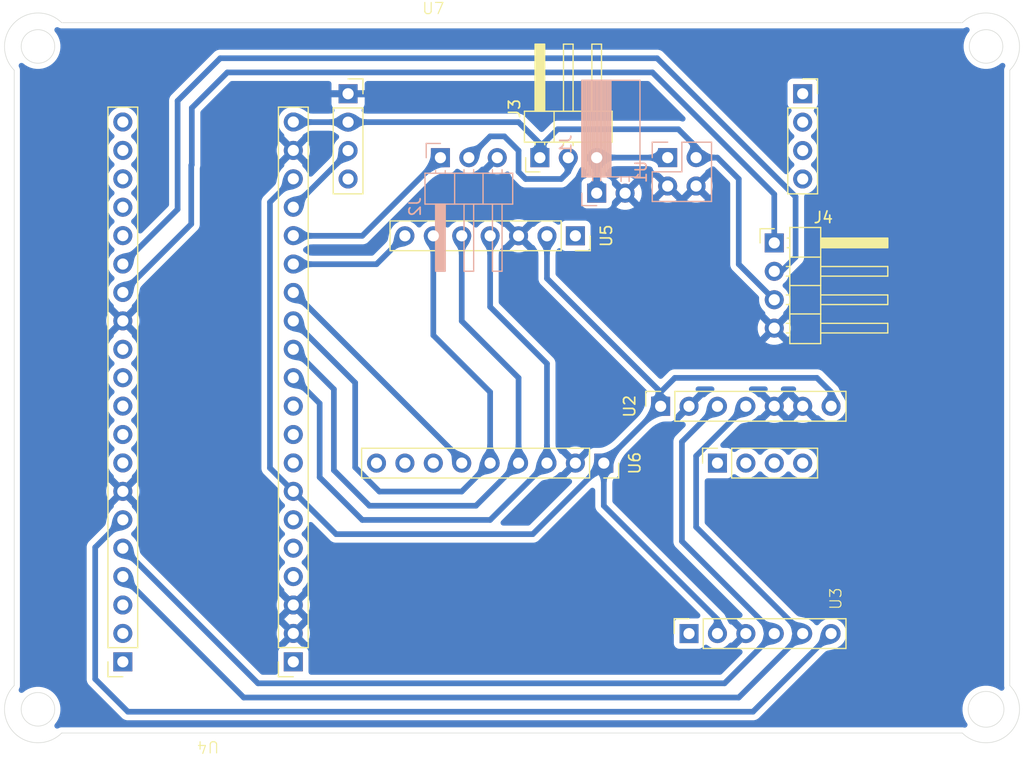
<source format=kicad_pcb>
(kicad_pcb (version 20241229) (generator "pcbnew") (generator_version "9.0")
  (layers (0 "F.Cu" signal) (2 "B.Cu" signal) (13 "F.Paste" user) (15 "B.Paste" user) (5 "F.SilkS" user "F.Silkscreen") (7 "B.SilkS" user "B.Silkscreen") (1 "F.Mask" user) (3 "B.Mask" user) (25 "Edge.Cuts" user))
  (net 0 "")
  (net 1 "GND")
  (net 2 "/SDA")
  (net 3 "+5V")
  (net 4 "/PWM")
  (net 5 "/MOSI")
  (net 6 "/MISO")
  (net 7 "+3V3")
  (net 8 "/NEO_DATA")
  (net 9 "/BNO_RST")
  (net 10 "/TX")
  (net 11 "/CS_FLASH")
  (net 12 "/SCK")
  (net 13 "/SCL")
  (net 14 "/CS_SD")
  (net 15 "/RX")
  (net 16 "+BATT")
  (net 17 "Net-(J2-Pin_2)")
  (footprint "Connector_PinHeader_2.54mm:PinHeader_1x03_P2.54mm_Horizontal" (layer "F.Cu") (at 156.845 69.215 90)
    (property "Reference" "J3" (at 4.385 -2.27 90) (layer "F.SilkS"))
    (property "Value" "POWER_SEL")
    (fp_line (start 4.15 -1.38) (end 1.39 -1.38) (stroke (width 0.12)) (layer "F.SilkS"))
    (fp_line (start 1.39 -1.38) (end 1.39 6.46) (stroke (width 0.12)) (layer "F.SilkS"))
    (fp_line (start -1.27 -1.27) (end 0 -1.27) (stroke (width 0.12)) (layer "F.SilkS"))
    (fp_line (start 1.16 -0.43) (end 1.39 -0.43) (stroke (width 0.12)) (layer "F.SilkS"))
    (fp_line (start -1.27 0) (end -1.27 -1.27) (stroke (width 0.12)) (layer "F.SilkS"))
    (fp_line (start 1.16 0.43) (end 1.39 0.43) (stroke (width 0.12)) (layer "F.SilkS"))
    (fp_line (start 1.39 1.27) (end 4.15 1.27) (stroke (width 0.12)) (layer "F.SilkS"))
    (fp_line (start 10.15 2.11) (end 10.15 2.97) (stroke (width 0.12)) (layer "F.SilkS"))
    (fp_line (start 4.15 2.11) (end 10.15 2.11) (stroke (width 0.12)) (layer "F.SilkS"))
    (fp_line (start 1.077358 2.11) (end 1.39 2.11) (stroke (width 0.12)) (layer "F.SilkS"))
    (fp_line (start 10.15 2.97) (end 4.15 2.97) (stroke (width 0.12)) (layer "F.SilkS"))
    (fp_line (start 1.077358 2.97) (end 1.39 2.97) (stroke (width 0.12)) (layer "F.SilkS"))
    (fp_line (start 1.39 3.81) (end 4.15 3.81) (stroke (width 0.12)) (layer "F.SilkS"))
    (fp_line (start 10.15 4.65) (end 10.15 5.51) (stroke (width 0.12)) (layer "F.SilkS"))
    (fp_line (start 4.15 4.65) (end 10.15 4.65) (stroke (width 0.12)) (layer "F.SilkS"))
    (fp_line (start 1.077358 4.65) (end 1.39 4.65) (stroke (width 0.12)) (layer "F.SilkS"))
    (fp_line (start 10.15 5.51) (end 4.15 5.51) (stroke (width 0.12)) (layer "F.SilkS"))
    (fp_line (start 1.077358 5.51) (end 1.39 5.51) (stroke (width 0.12)) (layer "F.SilkS"))
    (fp_line (start 4.15 6.46) (end 4.15 -1.38) (stroke (width 0.12)) (layer "F.SilkS"))
    (fp_line (start 1.39 6.46) (end 4.15 6.46) (stroke (width 0.12)) (layer "F.SilkS"))
    (fp_rect (start 4.15 -0.43) (end 10.15 0.43) (stroke (width 0.12)) (fill yes) (layer "F.SilkS"))
    (pad "1" thru_hole rect (at 0 0 90) (size 1.7 1.7) (drill 1) (layers "*.Cu" "*.Mask") (net 3 "+5V"))
    (pad "2" thru_hole circle (at 0 2.54 90) (size 1.7 1.7) (drill 1) (layers "*.Cu" "*.Mask") (net 17 "Net-(J2-Pin_2)"))
    (pad "3" thru_hole circle (at 0 5.08 90) (size 1.7 1.7) (drill 1) (layers "*.Cu" "*.Mask") (net 16 "+BATT"))
  )
  (footprint "Connector_PinSocket_2.54mm:PinSocket_1x07_P2.54mm_Vertical" (layer "F.Cu") (at 167.64 91.44 90)
    (property "Reference" "U2" (at 0 -2.77 90) (layer "F.SilkS"))
    (property "Value" "MS5611")
    (fp_line (start 1.33 -1.33) (end 1.33 0) (stroke (width 0.12)) (layer "F.SilkS"))
    (fp_line (start 0 -1.33) (end 1.33 -1.33) (stroke (width 0.12)) (layer "F.SilkS"))
    (fp_line (start 1.33 1.27) (end 1.33 16.57) (stroke (width 0.12)) (layer "F.SilkS"))
    (fp_line (start -1.33 1.27) (end 1.33 1.27) (stroke (width 0.12)) (layer "F.SilkS"))
    (fp_line (start -1.33 1.27) (end -1.33 16.57) (stroke (width 0.12)) (layer "F.SilkS"))
    (fp_line (start -1.33 16.57) (end 1.33 16.57) (stroke (width 0.12)) (layer "F.SilkS"))
    (pad "1" thru_hole rect (at 0 0 90) (size 1.7 1.7) (drill 1) (layers "*.Cu" "*.Mask") (net 7 "+3V3"))
    (pad "2" thru_hole circle (at 0 2.54 90) (size 1.7 1.7) (drill 1) (layers "*.Cu" "*.Mask") (net 1 "GND"))
    (pad "3" thru_hole circle (at 0 5.08 90) (size 1.7 1.7) (drill 1) (layers "*.Cu" "*.Mask") (net 13 "/SCL"))
    (pad "4" thru_hole circle (at 0 7.62 90) (size 1.7 1.7) (drill 1) (layers "*.Cu" "*.Mask") (net 2 "/SDA"))
    (pad "5" thru_hole circle (at 0 10.16 90) (size 1.7 1.7) (drill 1) (layers "*.Cu" "*.Mask") (net 1 "GND"))
    (pad "6" thru_hole circle (at 0 12.7 90) (size 1.7 1.7) (drill 1) (layers "*.Cu" "*.Mask") (net 1 "GND"))
    (pad "7" thru_hole circle (at 0 15.24 90) (size 1.7 1.7) (drill 1) (layers "*.Cu" "*.Mask") (net 7 "+3V3"))
  )
  (footprint "2025-airbrakes:BNO055-Breakout" (layer "F.Cu") (at 177.8 104.14 90)
    (property "Reference" "U3" (at -4.5 5.5 90) (layer "F.SilkS") (effects (font (thickness 0.1))))
    (property "Value" "BNO055 Breakout")
    (fp_line (start -6.29 -8.95) (end -6.29 -7.62) (stroke (width 0.12)) (layer "F.SilkS"))
    (fp_line (start -7.62 -8.95) (end -6.29 -8.95) (stroke (width 0.12)) (layer "F.SilkS"))
    (fp_line (start 8.95 -6.41) (end 8.95 -5.08) (stroke (width 0.12)) (layer "F.SilkS"))
    (fp_line (start 7.62 -6.41) (end 8.95 -6.41) (stroke (width 0.12)) (layer "F.SilkS"))
    (fp_line (start -6.29 -6.35) (end -6.29 6.41) (stroke (width 0.12)) (layer "F.SilkS"))
    (fp_line (start -8.95 -6.35) (end -6.29 -6.35) (stroke (width 0.12)) (layer "F.SilkS"))
    (fp_line (start -8.95 -6.35) (end -8.95 6.41) (stroke (width 0.12)) (layer "F.SilkS"))
    (fp_line (start 8.95 -3.81) (end 8.95 3.87) (stroke (width 0.12)) (layer "F.SilkS"))
    (fp_line (start 6.29 -3.81) (end 8.95 -3.81) (stroke (width 0.12)) (layer "F.SilkS"))
    (fp_line (start 6.29 -3.81) (end 6.29 3.87) (stroke (width 0.12)) (layer "F.SilkS"))
    (fp_line (start 6.29 3.87) (end 8.95 3.87) (stroke (width 0.12)) (layer "F.SilkS"))
    (fp_line (start -8.95 6.41) (end -6.29 6.41) (stroke (width 0.12)) (layer "F.SilkS"))
    (pad "1" thru_hole rect (at -7.62 -7.62 90) (size 1.7 1.7) (drill 1) (layers "*.Cu" "*.Mask"))
    (pad "2" thru_hole circle (at -7.62 -5.08 90) (size 1.7 1.7) (drill 1) (layers "*.Cu" "*.Mask") (net 7 "+3V3"))
    (pad "3" thru_hole circle (at -7.62 -2.54 90) (size 1.7 1.7) (drill 1) (layers "*.Cu" "*.Mask") (net 1 "GND"))
    (pad "4" thru_hole circle (at -7.62 0 90) (size 1.7 1.7) (drill 1) (layers "*.Cu" "*.Mask") (net 13 "/SCL"))
    (pad "5" thru_hole circle (at -7.62 2.54 90) (size 1.7 1.7) (drill 1) (layers "*.Cu" "*.Mask") (net 2 "/SDA"))
    (pad "6" thru_hole circle (at -7.62 5.08 90) (size 1.7 1.7) (drill 1) (layers "*.Cu" "*.Mask") (net 9 "/BNO_RST"))
    (pad "7" thru_hole circle (at 7.62 2.54 90) (size 1.7 1.7) (drill 1) (layers "*.Cu" "*.Mask"))
    (pad "8" thru_hole circle (at 7.62 0 90) (size 1.7 1.7) (drill 1) (layers "*.Cu" "*.Mask"))
    (pad "9" thru_hole circle (at 7.62 -2.54 90) (size 1.7 1.7) (drill 1) (layers "*.Cu" "*.Mask"))
    (pad "10" thru_hole rect (at 7.62 -5.08 90) (size 1.7 1.7) (drill 1) (layers "*.Cu" "*.Mask"))
  )
  (footprint "Connector_PinHeader_2.54mm:PinHeader_1x04_P2.54mm_Horizontal" (layer "F.Cu") (at 177.8 76.835)
    (property "Reference" "J4" (at 4.385 -2.27 0) (layer "F.SilkS"))
    (property "Value" "RFD900X")
    (fp_line (start -1.27 -1.27) (end 0 -1.27) (stroke (width 0.12)) (layer "F.SilkS"))
    (fp_line (start -1.27 0) (end -1.27 -1.27) (stroke (width 0.12)) (layer "F.SilkS"))
    (fp_line (start 1.077358 2.11) (end 1.39 2.11) (stroke (width 0.12)) (layer "F.SilkS"))
    (fp_line (start 1.077358 2.97) (end 1.39 2.97) (stroke (width 0.12)) (layer "F.SilkS"))
    (fp_line (start 1.077358 4.65) (end 1.39 4.65) (stroke (width 0.12)) (layer "F.SilkS"))
    (fp_line (start 1.077358 5.51) (end 1.39 5.51) (stroke (width 0.12)) (layer "F.SilkS"))
    (fp_line (start 1.077358 7.19) (end 1.39 7.19) (stroke (width 0.12)) (layer "F.SilkS"))
    (fp_line (start 1.077358 8.05) (end 1.39 8.05) (stroke (width 0.12)) (layer "F.SilkS"))
    (fp_line (start 1.16 -0.43) (end 1.39 -0.43) (stroke (width 0.12)) (layer "F.SilkS"))
    (fp_line (start 1.16 0.43) (end 1.39 0.43) (stroke (width 0.12)) (layer "F.SilkS"))
    (fp_line (start 1.39 -1.38) (end 1.39 9) (stroke (width 0.12)) (layer "F.SilkS"))
    (fp_line (start 1.39 1.27) (end 4.15 1.27) (stroke (width 0.12)) (layer "F.SilkS"))
    (fp_line (start 1.39 3.81) (end 4.15 3.81) (stroke (width 0.12)) (layer "F.SilkS"))
    (fp_line (start 1.39 6.35) (end 4.15 6.35) (stroke (width 0.12)) (layer "F.SilkS"))
    (fp_line (start 1.39 9) (end 4.15 9) (stroke (width 0.12)) (layer "F.SilkS"))
    (fp_line (start 4.15 -1.38) (end 1.39 -1.38) (stroke (width 0.12)) (layer "F.SilkS"))
    (fp_line (start 4.15 2.11) (end 10.15 2.11) (stroke (width 0.12)) (layer "F.SilkS"))
    (fp_line (start 4.15 4.65) (end 10.15 4.65) (stroke (width 0.12)) (layer "F.SilkS"))
    (fp_line (start 4.15 7.19) (end 10.15 7.19) (stroke (width 0.12)) (layer "F.SilkS"))
    (fp_line (start 4.15 9) (end 4.15 -1.38) (stroke (width 0.12)) (layer "F.SilkS"))
    (fp_line (start 10.15 2.11) (end 10.15 2.97) (stroke (width 0.12)) (layer "F.SilkS"))
    (fp_line (start 10.15 2.97) (end 4.15 2.97) (stroke (width 0.12)) (layer "F.SilkS"))
    (fp_line (start 10.15 4.65) (end 10.15 5.51) (stroke (width 0.12)) (layer "F.SilkS"))
    (fp_line (start 10.15 5.51) (end 4.15 5.51) (stroke (width 0.12)) (layer "F.SilkS"))
    (fp_line (start 10.15 7.19) (end 10.15 8.05) (stroke (width 0.12)) (layer "F.SilkS"))
    (fp_line (start 10.15 8.05) (end 4.15 8.05) (stroke (width 0.12)) (layer "F.SilkS"))
    (fp_rect (start 4.15 -0.43) (end 10.15 0.43) (stroke (width 0.12)) (fill yes) (layer "F.SilkS"))
    (pad "1" thru_hole rect (at 0 0) (size 1.7 1.7) (drill 1) (layers "*.Cu" "*.Mask") (net 15 "/RX"))
    (pad "2" thru_hole circle (at 0 2.54) (size 1.7 1.7) (drill 1) (layers "*.Cu" "*.Mask") (net 10 "/TX"))
    (pad "3" thru_hole circle (at 0 5.08) (size 1.7 1.7) (drill 1) (layers "*.Cu" "*.Mask") (net 3 "+5V"))
    (pad "4" thru_hole circle (at 0 7.62) (size 1.7 1.7) (drill 1) (layers "*.Cu" "*.Mask") (net 1 "GND"))
  )
  (footprint "Connector_PinSocket_2.54mm:PinSocket_1x09_P2.54mm_Vertical" (layer "F.Cu") (at 162.56 96.52 -90)
    (property "Reference" "U6" (at 0 -2.77 90) (layer "F.SilkS"))
    (property "Value" "Adafruit Micro SD Breakout")
    (fp_line (start -1.33 21.65) (end 1.33 21.65) (stroke (width 0.12)) (layer "F.SilkS"))
    (fp_line (start -1.33 1.27) (end -1.33 21.65) (stroke (width 0.12)) (layer "F.SilkS"))
    (fp_line (start -1.33 1.27) (end 1.33 1.27) (stroke (width 0.12)) (layer "F.SilkS"))
    (fp_line (start 1.33 1.27) (end 1.33 21.65) (stroke (width 0.12)) (layer "F.SilkS"))
    (fp_line (start 0 -1.33) (end 1.33 -1.33) (stroke (width 0.12)) (layer "F.SilkS"))
    (fp_line (start 1.33 -1.33) (end 1.33 0) (stroke (width 0.12)) (layer "F.SilkS"))
    (pad "1" thru_hole rect (at 0 0 270) (size 1.7 1.7) (drill 1) (layers "*.Cu" "*.Mask") (net 7 "+3V3"))
    (pad "2" thru_hole circle (at 0 2.54 270) (size 1.7 1.7) (drill 1) (layers "*.Cu" "*.Mask") (net 1 "GND"))
    (pad "3" thru_hole circle (at 0 5.08 270) (size 1.7 1.7) (drill 1) (layers "*.Cu" "*.Mask") (net 12 "/SCK"))
    (pad "4" thru_hole circle (at 0 7.62 270) (size 1.7 1.7) (drill 1) (layers "*.Cu" "*.Mask") (net 6 "/MISO"))
    (pad "5" thru_hole circle (at 0 10.16 270) (size 1.7 1.7) (drill 1) (layers "*.Cu" "*.Mask") (net 5 "/MOSI"))
    (pad "6" thru_hole circle (at 0 12.7 270) (size 1.7 1.7) (drill 1) (layers "*.Cu" "*.Mask") (net 14 "/CS_SD"))
    (pad "7" thru_hole circle (at 0 15.24 270) (size 1.7 1.7) (drill 1) (layers "*.Cu" "*.Mask"))
    (pad "8" thru_hole circle (at 0 17.78 270) (size 1.7 1.7) (drill 1) (layers "*.Cu" "*.Mask"))
    (pad "9" thru_hole circle (at 0 20.32 270) (size 1.7 1.7) (drill 1) (layers "*.Cu" "*.Mask"))
  )
  (footprint "2025-airbrakes:NeoPixel-Stick" (layer "F.Cu") (at 165.1 63.5)
    (property "Reference" "U7" (at -17.78 -7.62 0) (layer "F.SilkS") (effects (font (thickness 0.1))))
    (property "Value" "NeoPixel Stick")
    (fp_line (start -26.73 1.27) (end -26.73 8.95) (stroke (width 0.12)) (layer "F.SilkS"))
    (fp_line (start -26.73 1.27) (end -24.07 1.27) (stroke (width 0.12)) (layer "F.SilkS"))
    (fp_line (start -26.73 8.95) (end -24.07 8.95) (stroke (width 0.12)) (layer "F.SilkS"))
    (fp_line (start -25.4 -1.33) (end -24.07 -1.33) (stroke (width 0.12)) (layer "F.SilkS"))
    (fp_line (start -24.07 -1.33) (end -24.07 0) (stroke (width 0.12)) (layer "F.SilkS"))
    (fp_line (start -24.07 1.27) (end -24.07 8.95) (stroke (width 0.12)) (layer "F.SilkS"))
    (fp_line (start 13.91 1.27) (end 13.91 8.95) (stroke (width 0.12)) (layer "F.SilkS"))
    (fp_line (start 13.91 1.27) (end 16.57 1.27) (stroke (width 0.12)) (layer "F.SilkS"))
    (fp_line (start 13.91 8.95) (end 16.57 8.95) (stroke (width 0.12)) (layer "F.SilkS"))
    (fp_line (start 15.24 -1.33) (end 16.57 -1.33) (stroke (width 0.12)) (layer "F.SilkS"))
    (fp_line (start 16.57 -1.33) (end 16.57 0) (stroke (width 0.12)) (layer "F.SilkS"))
    (fp_line (start 16.57 1.27) (end 16.57 8.95) (stroke (width 0.12)) (layer "F.SilkS"))
    (pad "1" thru_hole rect (at -25.4 0) (size 1.7 1.7) (drill 1) (layers "*.Cu" "*.Mask") (net 1 "GND"))
    (pad "2" thru_hole circle (at -25.4 2.54) (size 1.7 1.7) (drill 1) (layers "*.Cu" "*.Mask") (net 3 "+5V"))
    (pad "3" thru_hole circle (at -25.4 5.08) (size 1.7 1.7) (drill 1) (layers "*.Cu" "*.Mask") (net 8 "/NEO_DATA"))
    (pad "4" thru_hole circle (at -25.4 7.62) (size 1.7 1.7) (drill 1) (layers "*.Cu" "*.Mask"))
    (pad "5" thru_hole circle (at 15.24 7.62) (size 1.7 1.7) (drill 1) (layers "*.Cu" "*.Mask"))
    (pad "6" thru_hole circle (at 15.24 5.08) (size 1.7 1.7) (drill 1) (layers "*.Cu" "*.Mask"))
    (pad "7" thru_hole circle (at 15.24 2.54) (size 1.7 1.7) (drill 1) (layers "*.Cu" "*.Mask"))
    (pad "8" thru_hole rect (at 15.24 0) (size 1.7 1.7) (drill 1) (layers "*.Cu" "*.Mask"))
  )
  (footprint "Connector_PinSocket_2.54mm:PinSocket_1x07_P2.54mm_Vertical" (layer "F.Cu") (at 160.02 76.2 -90)
    (property "Reference" "U5" (at 0 -2.77 90) (layer "F.SilkS"))
    (property "Value" "SPI Flash W25Q128JV")
    (fp_line (start -1.33 16.57) (end 1.33 16.57) (stroke (width 0.12)) (layer "F.SilkS"))
    (fp_line (start -1.33 1.27) (end -1.33 16.57) (stroke (width 0.12)) (layer "F.SilkS"))
    (fp_line (start -1.33 1.27) (end 1.33 1.27) (stroke (width 0.12)) (layer "F.SilkS"))
    (fp_line (start 1.33 1.27) (end 1.33 16.57) (stroke (width 0.12)) (layer "F.SilkS"))
    (fp_line (start 0 -1.33) (end 1.33 -1.33) (stroke (width 0.12)) (layer "F.SilkS"))
    (fp_line (start 1.33 -1.33) (end 1.33 0) (stroke (width 0.12)) (layer "F.SilkS"))
    (pad "1" thru_hole rect (at 0 0 270) (size 1.7 1.7) (drill 1) (layers "*.Cu" "*.Mask"))
    (pad "2" thru_hole circle (at 0 2.54 270) (size 1.7 1.7) (drill 1) (layers "*.Cu" "*.Mask") (net 7 "+3V3"))
    (pad "3" thru_hole circle (at 0 5.08 270) (size 1.7 1.7) (drill 1) (layers "*.Cu" "*.Mask") (net 1 "GND"))
    (pad "4" thru_hole circle (at 0 7.62 270) (size 1.7 1.7) (drill 1) (layers "*.Cu" "*.Mask") (net 12 "/SCK"))
    (pad "5" thru_hole circle (at 0 10.16 270) (size 1.7 1.7) (drill 1) (layers "*.Cu" "*.Mask") (net 6 "/MISO"))
    (pad "6" thru_hole circle (at 0 12.7 270) (size 1.7 1.7) (drill 1) (layers "*.Cu" "*.Mask") (net 5 "/MOSI"))
    (pad "7" thru_hole circle (at 0 15.24 270) (size 1.7 1.7) (drill 1) (layers "*.Cu" "*.Mask") (net 11 "/CS_FLASH"))
  )
  (footprint "2025-airbrakes:STM32F411-Blackpill" (layer "F.Cu") (at 127.183438 88.885 180)
    (property "Reference" "U4" (at 0 -33 180) (layer "F.SilkS") (effects (font (thickness 0.1))))
    (property "Value" "STM32F411 Black Pill")
    (fp_line (start 8.95 -24.13) (end 8.95 24.19) (stroke (width 0.12)) (layer "F.SilkS"))
    (fp_line (start 8.95 -26.73) (end 8.95 -25.4) (stroke (width 0.12)) (layer "F.SilkS"))
    (fp_line (start 7.62 -26.73) (end 8.95 -26.73) (stroke (width 0.12)) (layer "F.SilkS"))
    (fp_line (start 6.29 24.19) (end 8.95 24.19) (stroke (width 0.12)) (layer "F.SilkS"))
    (fp_line (start 6.29 -24.13) (end 8.95 -24.13) (stroke (width 0.12)) (layer "F.SilkS"))
    (fp_line (start 6.29 -24.13) (end 6.29 24.19) (stroke (width 0.12)) (layer "F.SilkS"))
    (fp_line (start -6.29 -24.13) (end -6.29 24.19) (stroke (width 0.12)) (layer "F.SilkS"))
    (fp_line (start -6.29 -26.73) (end -6.29 -25.4) (stroke (width 0.12)) (layer "F.SilkS"))
    (fp_line (start -7.62 -26.73) (end -6.29 -26.73) (stroke (width 0.12)) (layer "F.SilkS"))
    (fp_line (start -8.95 24.19) (end -6.29 24.19) (stroke (width 0.12)) (layer "F.SilkS"))
    (fp_line (start -8.95 -24.13) (end -6.29 -24.13) (stroke (width 0.12)) (layer "F.SilkS"))
    (fp_line (start -8.95 -24.13) (end -8.95 24.19) (stroke (width 0.12)) (layer "F.SilkS"))
    (pad "1" thru_hole rect (at -7.62 -25.4 180) (size 1.7 1.7) (drill 1) (layers "*.Cu" "*.Mask"))
    (pad "2" thru_hole circle (at -7.62 -22.86 180) (size 1.7 1.7) (drill 1) (layers "*.Cu" "*.Mask") (net 1 "GND"))
    (pad "3" thru_hole circle (at -7.62 -20.32 180) (size 1.7 1.7) (drill 1) (layers "*.Cu" "*.Mask") (net 1 "GND"))
    (pad "4" thru_hole circle (at -7.62 -17.78 180) (size 1.7 1.7) (drill 1) (layers "*.Cu" "*.Mask"))
    (pad "5" thru_hole circle (at -7.62 -15.24 180) (size 1.7 1.7) (drill 1) (layers "*.Cu" "*.Mask"))
    (pad "6" thru_hole circle (at -7.62 -12.7 180) (size 1.7 1.7) (drill 1) (layers "*.Cu" "*.Mask"))
    (pad "7" thru_hole circle (at -7.62 -10.16 180) (size 1.7 1.7) (drill 1) (layers "*.Cu" "*.Mask") (net 7 "+3V3"))
    (pad "8" thru_hole circle (at -7.62 -7.62 180) (size 1.7 1.7) (drill 1) (layers "*.Cu" "*.Mask"))
    (pad "9" thru_hole circle (at -7.62 -5.08 180) (size 1.7 1.7) (drill 1) (layers "*.Cu" "*.Mask"))
    (pad "10" thru_hole circle (at -7.62 -2.54 180) (size 1.7 1.7) (drill 1) (layers "*.Cu" "*.Mask"))
    (pad "11" thru_hole circle (at -7.62 0 180) (size 1.7 1.7) (drill 1) (layers "*.Cu" "*.Mask") (net 12 "/SCK"))
    (pad "12" thru_hole circle (at -7.62 2.54 180) (size 1.7 1.7) (drill 1) (layers "*.Cu" "*.Mask") (net 6 "/MISO"))
    (pad "13" thru_hole circle (at -7.62 5.08 180) (size 1.7 1.7) (drill 1) (layers "*.Cu" "*.Mask") (net 5 "/MOSI"))
    (pad "14" thru_hole circle (at -7.62 7.62 180) (size 1.7 1.7) (drill 1) (layers "*.Cu" "*.Mask") (net 14 "/CS_SD"))
    (pad "15" thru_hole circle (at -7.62 10.16 180) (size 1.7 1.7) (drill 1) (layers "*.Cu" "*.Mask") (net 11 "/CS_FLASH"))
    (pad "16" thru_hole circle (at -7.62 12.7 180) (size 1.7 1.7) (drill 1) (layers "*.Cu" "*.Mask") (net 4 "/PWM"))
    (pad "17" thru_hole circle (at -7.62 15.24 180) (size 1.7 1.7) (drill 1) (layers "*.Cu" "*.Mask") (net 8 "/NEO_DATA"))
    (pad "18" thru_hole circle (at -7.62 17.78 180) (size 1.7 1.7) (drill 1) (layers "*.Cu" "*.Mask") (net 7 "+3V3"))
    (pad "19" thru_hole circle (at -7.62 20.32 180) (size 1.7 1.7) (drill 1) (layers "*.Cu" "*.Mask") (net 1 "GND"))
    (pad "20" thru_hole circle (at -7.62 22.86 180) (size 1.7 1.7) (drill 1) (layers "*.Cu" "*.Mask") (net 3 "+5V"))
    (pad "21" thru_hole circle (at 7.62 22.86 180) (size 1.7 1.7) (drill 1) (layers "*.Cu" "*.Mask"))
    (pad "22" thru_hole circle (at 7.62 20.32 180) (size 1.7 1.7) (drill 1) (layers "*.Cu" "*.Mask"))
    (pad "23" thru_hole circle (at 7.62 17.78 180) (size 1.7 1.7) (drill 1) (layers "*.Cu" "*.Mask"))
    (pad "24" thru_hole circle (at 7.62 15.24 180) (size 1.7 1.7) (drill 1) (layers "*.Cu" "*.Mask"))
    (pad "25" thru_hole circle (at 7.62 12.7 180) (size 1.7 1.7) (drill 1) (layers "*.Cu" "*.Mask"))
    (pad "26" thru_hole circle (at 7.62 10.16 180) (size 1.7 1.7) (drill 1) (layers "*.Cu" "*.Mask") (net 10 "/TX"))
    (pad "27" thru_hole circle (at 7.62 7.62 180) (size 1.7 1.7) (drill 1) (layers "*.Cu" "*.Mask") (net 15 "/RX"))
    (pad "28" thru_hole circle (at 7.62 5.08 180) (size 1.7 1.7) (drill 1) (layers "*.Cu" "*.Mask") (net 1 "GND"))
    (pad "29" thru_hole circle (at 7.62 2.54 180) (size 1.7 1.7) (drill 1) (layers "*.Cu" "*.Mask"))
    (pad "30" thru_hole circle (at 7.62 0 180) (size 1.7 1.7) (drill 1) (layers "*.Cu" "*.Mask"))
    (pad "31" thru_hole circle (at 7.62 -2.54 180) (size 1.7 1.7) (drill 1) (layers "*.Cu" "*.Mask"))
    (pad "32" thru_hole circle (at 7.62 -5.08 180) (size 1.7 1.7) (drill 1) (layers "*.Cu" "*.Mask"))
    (pad "33" thru_hole circle (at 7.62 -7.62 180) (size 1.7 1.7) (drill 1) (layers "*.Cu" "*.Mask"))
    (pad "34" thru_hole circle (at 7.62 -10.16 180) (size 1.7 1.7) (drill 1) (layers "*.Cu" "*.Mask") (net 1 "GND"))
    (pad "35" thru_hole circle (at 7.62 -12.7 180) (size 1.7 1.7) (drill 1) (layers "*.Cu" "*.Mask") (net 9 "/BNO_RST"))
    (pad "36" thru_hole circle (at 7.62 -15.24 180) (size 1.7 1.7) (drill 1) (layers "*.Cu" "*.Mask") (net 13 "/SCL"))
    (pad "37" thru_hole circle (at 7.62 -17.78 180) (size 1.7 1.7) (drill 1) (layers "*.Cu" "*.Mask") (net 2 "/SDA"))
    (pad "38" thru_hole circle (at 7.62 -20.32 180) (size 1.7 1.7) (drill 1) (layers "*.Cu" "*.Mask"))
    (pad "39" thru_hole circle (at 7.62 -22.86 180) (size 1.7 1.7) (drill 1) (layers "*.Cu" "*.Mask"))
    (pad "40" thru_hole rect (at 7.62 -25.4 180) (size 1.7 1.7) (drill 1) (layers "*.Cu" "*.Mask"))
  )
  (footprint "Connector_PinHeader_2.54mm:PinHeader_2x02_P2.54mm_Vertical" (layer "B.Cu") (at 168.27 69.21 -90)
    (property "Reference" "U1" (at 1.27 2.38 90) (layer "B.SilkS") (effects (justify mirror)))
    (property "Value" "MP2307 EVAL")
    (fp_line (start -1.38 1.38) (end 0 1.38) (stroke (width 0.12)) (layer "B.SilkS"))
    (fp_line (start 1.27 1.38) (end 3.92 1.38) (stroke (width 0.12)) (layer "B.SilkS"))
    (fp_line (start 3.92 1.38) (end 3.92 -3.92) (stroke (width 0.12)) (layer "B.SilkS"))
    (fp_line (start -1.38 0) (end -1.38 1.38) (stroke (width 0.12)) (layer "B.SilkS"))
    (fp_line (start -1.38 -1.27) (end 1.27 -1.27) (stroke (width 0.12)) (layer "B.SilkS"))
    (fp_line (start -1.38 -1.27) (end -1.38 -3.92) (stroke (width 0.12)) (layer "B.SilkS"))
    (fp_line (start 1.27 -1.27) (end 1.27 1.38) (stroke (width 0.12)) (layer "B.SilkS"))
    (fp_line (start -1.38 -3.92) (end 3.92 -3.92) (stroke (width 0.12)) (layer "B.SilkS"))
    (pad "1" thru_hole rect (at 0 0 270) (size 1.7 1.7) (drill 1) (layers "*.Cu" "*.Mask") (net 16 "+BATT"))
    (pad "2" thru_hole circle (at 2.54 0 270) (size 1.7 1.7) (drill 1) (layers "*.Cu" "*.Mask") (net 1 "GND"))
    (pad "3" thru_hole circle (at 0 -2.54 270) (size 1.7 1.7) (drill 1) (layers "*.Cu" "*.Mask") (net 3 "+5V"))
    (pad "4" thru_hole circle (at 2.54 -2.54 270) (size 1.7 1.7) (drill 1) (layers "*.Cu" "*.Mask") (net 1 "GND"))
  )
  (footprint "Connector_PinHeader_2.54mm:PinHeader_1x03_P2.54mm_Horizontal" (layer "B.Cu") (at 147.955 69.215 -90)
    (property "Reference" "J2" (at 4.385 2.27 90) (layer "B.SilkS") (effects (justify mirror)))
    (property "Value" "SERVO")
    (fp_line (start 1.39 1.38) (end 1.39 -6.46) (stroke (width 0.12)) (layer "B.SilkS"))
    (fp_line (start 4.15 1.38) (end 1.39 1.38) (stroke (width 0.12)) (layer "B.SilkS"))
    (fp_line (start -1.27 1.27) (end 0 1.27) (stroke (width 0.12)) (layer "B.SilkS"))
    (fp_line (start 1.16 0.43) (end 1.39 0.43) (stroke (width 0.12)) (layer "B.SilkS"))
    (fp_line (start -1.27 0) (end -1.27 1.27) (stroke (width 0.12)) (layer "B.SilkS"))
    (fp_line (start 1.16 -0.43) (end 1.39 -0.43) (stroke (width 0.12)) (layer "B.SilkS"))
    (fp_line (start 1.39 -1.27) (end 4.15 -1.27) (stroke (width 0.12)) (layer "B.SilkS"))
    (fp_line (start 1.077358 -2.11) (end 1.39 -2.11) (stroke (width 0.12)) (layer "B.SilkS"))
    (fp_line (start 4.15 -2.11) (end 10.15 -2.11) (stroke (width 0.12)) (layer "B.SilkS"))
    (fp_line (start 10.15 -2.11) (end 10.15 -2.97) (stroke (width 0.12)) (layer "B.SilkS"))
    (fp_line (start 1.077358 -2.97) (end 1.39 -2.97) (stroke (width 0.12)) (layer "B.SilkS"))
    (fp_line (start 10.15 -2.97) (end 4.15 -2.97) (stroke (width 0.12)) (layer "B.SilkS"))
    (fp_line (start 1.39 -3.81) (end 4.15 -3.81) (stroke (width 0.12)) (layer "B.SilkS"))
    (fp_line (start 1.077358 -4.65) (end 1.39 -4.65) (stroke (width 0.12)) (layer "B.SilkS"))
    (fp_line (start 4.15 -4.65) (end 10.15 -4.65) (stroke (width 0.12)) (layer "B.SilkS"))
    (fp_line (start 10.15 -4.65) (end 10.15 -5.51) (stroke (width 0.12)) (layer "B.SilkS"))
    (fp_line (start 1.077358 -5.51) (end 1.39 -5.51) (stroke (width 0.12)) (layer "B.SilkS"))
    (fp_line (start 10.15 -5.51) (end 4.15 -5.51) (stroke (width 0.12)) (layer "B.SilkS"))
    (fp_line (start 1.39 -6.46) (end 4.15 -6.46) (stroke (width 0.12)) (layer "B.SilkS"))
    (fp_line (start 4.15 -6.46) (end 4.15 1.38) (stroke (width 0.12)) (layer "B.SilkS"))
    (fp_rect (start 4.15 0.43) (end 10.15 -0.43) (stroke (width 0.12)) (fill yes) (layer "B.SilkS"))
    (pad "1" thru_hole rect (at 0 0 270) (size 1.7 1.7) (drill 1) (layers "*.Cu" "*.Mask") (net 4 "/PWM"))
    (pad "2" thru_hole circle (at 0 -2.54 270) (size 1.7 1.7) (drill 1) (layers "*.Cu" "*.Mask") (net 17 "Net-(J2-Pin_2)"))
    (pad "3" thru_hole circle (at 0 -5.08 270) (size 1.7 1.7) (drill 1) (layers "*.Cu" "*.Mask") (net 1 "GND"))
  )
  (footprint "Connector_PinSocket_2.54mm:PinSocket_1x02_P2.54mm_Horizontal" (layer "B.Cu") (at 161.925 72.39 -90)
    (property "Reference" "J1" (at -4.38 2.77 90) (layer "B.SilkS") (effects (justify mirror)))
    (property "Value" "JST-DY")
    (fp_line (start -10.09 1.33) (end -1.46 1.33) (stroke (width 0.12)) (layer "B.SilkS"))
    (fp_line (start -10.09 1.33) (end -10.09 -3.87) (stroke (width 0.12)) (layer "B.SilkS"))
    (fp_line (start -1.46 1.33) (end -1.46 -3.87) (stroke (width 0.12)) (layer "B.SilkS"))
    (fp_line (start 0 1.33) (end 1.11 1.33) (stroke (width 0.12)) (layer "B.SilkS"))
    (fp_line (start 1.11 1.33) (end 1.11 0) (stroke (width 0.12)) (layer "B.SilkS"))
    (fp_line (start -10.09 1.21) (end -1.46 1.21) (stroke (width 0.12)) (layer "B.SilkS"))
    (fp_line (start -10.09 1.091905) (end -1.46 1.091905) (stroke (width 0.12)) (layer "B.SilkS"))
    (fp_line (start -10.09 0.97381) (end -1.46 0.97381) (stroke (width 0.12)) (layer "B.SilkS"))
    (fp_line (start -10.09 0.855715) (end -1.46 0.855715) (stroke (width 0.12)) (layer "B.SilkS"))
    (fp_line (start -10.09 0.73762) (end -1.46 0.73762) (stroke (width 0.12)) (layer "B.SilkS"))
    (fp_line (start -10.09 0.619525) (end -1.46 0.619525) (stroke (width 0.12)) (layer "B.SilkS"))
    (fp_line (start -10.09 0.50143) (end -1.46 0.50143) (stroke (width 0.12)) (layer "B.SilkS"))
    (fp_line (start -10.09 0.383335) (end -1.46 0.383335) (stroke (width 0.12)) (layer "B.SilkS"))
    (fp_line (start -1.46 0.36) (end -1.11 0.36) (stroke (width 0.12)) (layer "B.SilkS"))
    (fp_line (start -10.09 0.26524) (end -1.46 0.26524) (stroke (width 0.12)) (layer "B.SilkS"))
    (fp_line (start -10.09 0.147145) (end -1.46 0.147145) (stroke (width 0.12)) (layer "B.SilkS"))
    (fp_line (start -10.09 0.02905) (end -1.46 0.02905) (stroke (width 0.12)) (layer "B.SilkS"))
    (fp_line (start -10.09 -0.089045) (end -1.46 -0.089045) (stroke (width 0.12)) (layer "B.SilkS"))
    (fp_line (start -10.09 -0.20714) (end -1.46 -0.20714) (stroke (width 0.12)) (layer "B.SilkS"))
    (fp_line (start -10.09 -0.325235) (end -1.46 -0.325235) (stroke (width 0.12)) (layer "B.SilkS"))
    (fp_line (start -1.46 -0.36) (end -1.11 -0.36) (stroke (width 0.12)) (layer "B.SilkS"))
    (fp_line (start -10.09 -0.44333) (end -1.46 -0.44333) (stroke (width 0.12)) (layer "B.SilkS"))
    (fp_line (start -10.09 -0.561425) (end -1.46 -0.561425) (stroke (width 0.12)) (layer "B.SilkS"))
    (fp_line (start -10.09 -0.67952) (end -1.46 -0.67952) (stroke (width 0.12)) (layer "B.SilkS"))
    (fp_line (start -10.09 -0.797615) (end -1.46 -0.797615) (stroke (width 0.12)) (layer "B.SilkS"))
    (fp_line (start -10.09 -0.91571) (end -1.46 -0.91571) (stroke (width 0.12)) (layer "B.SilkS"))
    (fp_line (start -10.09 -1.033805) (end -1.46 -1.033805) (stroke (width 0.12)) (layer "B.SilkS"))
    (fp_line (start -10.09 -1.1519) (end -1.46 -1.1519) (stroke (width 0.12)) (layer "B.SilkS"))
    (fp_line (start -10.09 -1.27) (end -1.46 -1.27) (stroke (width 0.12)) (layer "B.SilkS"))
    (fp_line (start -1.46 -2.18) (end -1.05 -2.18) (stroke (width 0.12)) (layer "B.SilkS"))
    (fp_line (start -1.46 -2.9) (end -1.05 -2.9) (stroke (width 0.12)) (layer "B.SilkS"))
    (fp_line (start -10.09 -3.87) (end -1.46 -3.87) (stroke (width 0.12)) (layer "B.SilkS"))
    (pad "1" thru_hole rect (at 0 0 270) (size 1.7 1.7) (drill 1) (layers "*.Cu" "*.Mask") (net 16 "+BATT"))
    (pad "2" thru_hole circle (at 0 -2.54 270) (size 1.7 1.7) (drill 1) (layers "*.Cu" "*.Mask") (net 1 "GND"))
  )
  (gr_circle (center 196.73368 59.27132) (end 198.23368 59.27132) (stroke (width 0.05)) (fill no) (layer "Edge.Cuts"))
  (gr_arc (start 198.855 116.40736) (mid 198.855 120.65) (end 194.61236 120.65) (stroke (width 0.05)) (layer "Edge.Cuts"))
  (gr_circle (center 111.97632 118.52868) (end 113.47632 118.52868) (stroke (width 0.05)) (fill no) (layer "Edge.Cuts"))
  (gr_line (start 114.09764 120.65) (end 194.61236 120.65) (stroke (width 0.05)) (layer "Edge.Cuts"))
  (gr_arc (start 194.61236 57.15) (mid 198.855 57.15) (end 198.855 61.39264) (stroke (width 0.05)) (layer "Edge.Cuts"))
  (gr_circle (center 196.73368 118.52868) (end 198.33368 118.52868) (stroke (width 0.05)) (fill no) (layer "Edge.Cuts"))
  (gr_arc (start 114.09764 120.65) (mid 109.855 120.65) (end 109.855 116.40736) (stroke (width 0.05)) (layer "Edge.Cuts"))
  (gr_circle (center 111.97632 59.27132) (end 113.47632 59.27132) (stroke (width 0.05)) (fill no) (layer "Edge.Cuts"))
  (gr_line (start 198.855 61.39264) (end 198.855 116.40736) (stroke (width 0.05)) (layer "Edge.Cuts"))
  (gr_line (start 114.09764 57.15) (end 194.61236 57.15) (stroke (width 0.05)) (layer "Edge.Cuts"))
  (gr_line (start 109.855 61.39264) (end 109.855 116.40736) (stroke (width 0.05)) (layer "Edge.Cuts"))
  (gr_arc (start 109.855 61.39264) (mid 109.855 57.15) (end 114.09764 57.15) (stroke (width 0.05)) (layer "Edge.Cuts"))
  (segment (start 170.815 95.885) (end 175.26 91.44) (width 0.508) (layer "B.Cu") (net 2))
  (segment (start 170.815 102.235) (end 170.815 95.885) (width 0.508) (layer "B.Cu") (net 2))
  (segment (start 119.578438 106.68) (end 130.373438 117.475) (width 0.508) (layer "B.Cu") (net 2))
  (segment (start 180.34 111.76) (end 170.815 102.235) (width 0.508) (layer "B.Cu") (net 2))
  (segment (start 130.373438 117.475) (end 174.625 117.475) (width 0.508) (layer "B.Cu") (net 2))
  (segment (start 174.625 117.475) (end 180.34 111.76) (width 0.508) (layer "B.Cu") (net 2))
  (segment (start 169.2275 66.675) (end 170.81 68.2575) (width 0.508) (layer "B.Cu") (net 3))
  (segment (start 174.625 78.74) (end 177.8 81.915) (width 0.508) (layer "B.Cu") (net 3))
  (segment (start 158.4325 66.675) (end 169.2275 66.675) (width 0.508) (layer "B.Cu") (net 3))
  (segment (start 134.62 66.04) (end 139.7 66.04) (width 0.508) (layer "B.Cu") (net 3))
  (segment (start 156.845 69.215) (end 156.845 68.2625) (width 0.508) (layer "B.Cu") (net 3))
  (segment (start 156.845 67.945) (end 156.845 69.215) (width 0.508) (layer "B.Cu") (net 3))
  (segment (start 154.94 66.04) (end 156.845 67.945) (width 0.508) (layer "B.Cu") (net 3))
  (segment (start 156.845 68.2625) (end 158.4325 66.675) (width 0.508) (layer "B.Cu") (net 3))
  (segment (start 170.81 69.21) (end 172.715 69.21) (width 0.508) (layer "B.Cu") (net 3))
  (segment (start 170.81 68.2575) (end 170.81 69.21) (width 0.508) (layer "B.Cu") (net 3))
  (segment (start 139.7 66.04) (end 154.94 66.04) (width 0.508) (layer "B.Cu") (net 3))
  (segment (start 172.715 69.21) (end 174.625 71.12) (width 0.508) (layer "B.Cu") (net 3))
  (segment (start 174.625 71.12) (end 174.625 78.74) (width 0.508) (layer "B.Cu") (net 3))
  (segment (start 140.97 76.2) (end 134.62 76.2) (width 0.508) (layer "B.Cu") (net 4))
  (segment (start 147.955 69.215) (end 140.97 76.2) (width 0.508) (layer "B.Cu") (net 4))
  (segment (start 134.818438 83.82) (end 140.335 89.336562) (width 0.508) (layer "B.Cu") (net 5))
  (segment (start 149.86 99.06) (end 152.4 96.52) (width 0.508) (layer "B.Cu") (net 5))
  (segment (start 152.4 90.17) (end 147.32 85.09) (width 0.508) (layer "B.Cu") (net 5))
  (segment (start 152.4 96.52) (end 152.4 90.17) (width 0.508) (layer "B.Cu") (net 5))
  (segment (start 142.496 99.06) (end 149.86 99.06) (width 0.508) (layer "B.Cu") (net 5))
  (segment (start 140.335 89.336562) (end 140.335 96.899) (width 0.508) (layer "B.Cu") (net 5))
  (segment (start 134.62 83.82) (end 134.818438 83.82) (width 0.508) (layer "B.Cu") (net 5))
  (segment (start 147.32 85.09) (end 147.32 76.2) (width 0.508) (layer "B.Cu") (net 5))
  (segment (start 140.335 96.899) (end 142.496 99.06) (width 0.508) (layer "B.Cu") (net 5))
  (segment (start 138.43 97.155) (end 138.43 89.916) (width 0.508) (layer "B.Cu") (net 6))
  (segment (start 151.13 100.33) (end 141.605 100.33) (width 0.508) (layer "B.Cu") (net 6))
  (segment (start 134.874 86.36) (end 134.62 86.36) (width 0.508) (layer "B.Cu") (net 6))
  (segment (start 149.86 83.82) (end 149.86 76.2) (width 0.508) (layer "B.Cu") (net 6))
  (segment (start 154.94 96.52) (end 151.13 100.33) (width 0.508) (layer "B.Cu") (net 6))
  (segment (start 154.94 88.9) (end 149.86 83.82) (width 0.508) (layer "B.Cu") (net 6))
  (segment (start 141.605 100.33) (end 138.43 97.155) (width 0.508) (layer "B.Cu") (net 6))
  (segment (start 138.43 89.916) (end 134.874 86.36) (width 0.508) (layer "B.Cu") (net 6))
  (segment (start 154.94 96.52) (end 154.94 88.9) (width 0.508) (layer "B.Cu") (net 6))
  (segment (start 157.48 76.2) (end 157.48 80.01) (width 0.508) (layer "B.Cu") (net 7))
  (segment (start 134.62 71.288438) (end 132.715 73.193438) (width 0.508) (layer "B.Cu") (net 7))
  (segment (start 172.72 110.49) (end 162.56 100.33) (width 0.508) (layer "B.Cu") (net 7))
  (segment (start 167.64 90.17) (end 168.91 88.9) (width 0.508) (layer "B.Cu") (net 7))
  (segment (start 156.21 102.87) (end 162.56 96.52) (width 0.508) (layer "B.Cu") (net 7))
  (segment (start 181.61 88.9) (end 182.88 90.17) (width 0.508) (layer "B.Cu") (net 7))
  (segment (start 167.64 91.44) (end 167.64 90.17) (width 0.508) (layer "B.Cu") (net 7))
  (segment (start 162.56 96.52) (end 167.64 91.44) (width 0.508) (layer "B.Cu") (net 7))
  (segment (start 168.91 88.9) (end 181.61 88.9) (width 0.508) (layer "B.Cu") (net 7))
  (segment (start 134.62 71.12) (end 134.62 71.288438) (width 0.508) (layer "B.Cu") (net 7))
  (segment (start 132.715 73.193438) (end 132.715 96.956562) (width 0.508) (layer "B.Cu") (net 7))
  (segment (start 157.48 80.01) (end 167.64 90.17) (width 0.508) (layer "B.Cu") (net 7))
  (segment (start 172.72 111.76) (end 172.72 110.49) (width 0.508) (layer "B.Cu") (net 7))
  (segment (start 162.56 100.33) (end 162.56 96.52) (width 0.508) (layer "B.Cu") (net 7))
  (segment (start 132.715 96.956562) (end 138.628438 102.87) (width 0.508) (layer "B.Cu") (net 7))
  (segment (start 138.628438 102.87) (end 156.21 102.87) (width 0.508) (layer "B.Cu") (net 7))
  (segment (start 182.88 90.17) (end 182.88 91.44) (width 0.508) (layer "B.Cu") (net 7))
  (segment (start 139.7 68.748438) (end 134.788438 73.66) (width 0.508) (layer "B.Cu") (net 8))
  (segment (start 134.788438 73.66) (end 134.62 73.66) (width 0.508) (layer "B.Cu") (net 8))
  (segment (start 139.7 68.58) (end 139.7 68.748438) (width 0.508) (layer "B.Cu") (net 8))
  (segment (start 175.895 118.745) (end 120.015 118.745) (width 0.508) (layer "B.Cu") (net 9))
  (segment (start 117.094 104.054438) (end 119.563438 101.585) (width 0.508) (layer "B.Cu") (net 9))
  (segment (start 120.015 118.745) (end 117.094 115.824) (width 0.508) (layer "B.Cu") (net 9))
  (segment (start 182.88 111.76) (end 175.895 118.745) (width 0.508) (layer "B.Cu") (net 9))
  (segment (start 117.094 115.824) (end 117.094 104.054438) (width 0.508) (layer "B.Cu") (net 9))
  (segment (start 177.8 79.375) (end 178.435 79.375) (width 0.508) (layer "B.Cu") (net 10))
  (segment (start 124.46 73.828438) (end 119.548438 78.74) (width 0.508) (layer "B.Cu") (net 10))
  (segment (start 128.27 60.325) (end 124.46 64.135) (width 0.508) (layer "B.Cu") (net 10))
  (segment (start 179.705 72.7075) (end 167.3225 60.325) (width 0.508) (layer "B.Cu") (net 10))
  (segment (start 179.705 78.105) (end 179.705 72.7075) (width 0.508) (layer "B.Cu") (net 10))
  (segment (start 178.435 79.375) (end 179.705 78.105) (width 0.508) (layer "B.Cu") (net 10))
  (segment (start 124.46 64.135) (end 124.46 73.828438) (width 0.508) (layer "B.Cu") (net 10))
  (segment (start 167.3225 60.325) (end 128.27 60.325) (width 0.508) (layer "B.Cu") (net 10))
  (segment (start 142.24 78.74) (end 134.62 78.74) (width 0.508) (layer "B.Cu") (net 11))
  (segment (start 144.78 76.2) (end 142.24 78.74) (width 0.508) (layer "B.Cu") (net 11))
  (segment (start 137.16 97.79) (end 140.97 101.6) (width 0.508) (layer "B.Cu") (net 12))
  (segment (start 134.62 88.9) (end 134.874 88.9) (width 0.508) (layer "B.Cu") (net 12))
  (segment (start 152.4 101.6) (end 157.48 96.52) (width 0.508) (layer "B.Cu") (net 12))
  (segment (start 157.48 87.63) (end 152.4 82.55) (width 0.508) (layer "B.Cu") (net 12))
  (segment (start 157.48 96.52) (end 157.48 87.63) (width 0.508) (layer "B.Cu") (net 12))
  (segment (start 137.16 91.186) (end 137.16 97.79) (width 0.508) (layer "B.Cu") (net 12))
  (segment (start 140.97 101.6) (end 152.4 101.6) (width 0.508) (layer "B.Cu") (net 12))
  (segment (start 152.4 82.55) (end 152.4 76.2) (width 0.508) (layer "B.Cu") (net 12))
  (segment (start 134.874 88.9) (end 137.16 91.186) (width 0.508) (layer "B.Cu") (net 12))
  (segment (start 177.8 111.76) (end 173.355 116.205) (width 0.508) (layer "B.Cu") (net 13))
  (segment (start 172.72 91.44) (end 169.545 94.615) (width 0.508) (layer "B.Cu") (net 13))
  (segment (start 169.545 103.505) (end 177.8 111.76) (width 0.508) (layer "B.Cu") (net 13))
  (segment (start 173.355 116.205) (end 131.643438 116.205) (width 0.508) (layer "B.Cu") (net 13))
  (segment (start 169.545 94.615) (end 169.545 103.505) (width 0.508) (layer "B.Cu") (net 13))
  (segment (start 131.643438 116.205) (end 119.578438 104.14) (width 0.508) (layer "B.Cu") (net 13))
  (segment (start 149.86 96.266) (end 149.86 96.52) (width 0.508) (layer "B.Cu") (net 14))
  (segment (start 134.874 81.28) (end 149.86 96.266) (width 0.508) (layer "B.Cu") (net 14))
  (segment (start 134.62 81.28) (end 134.874 81.28) (width 0.508) (layer "B.Cu") (net 14))
  (segment (start 128.905 61.595) (end 166.909522 61.595) (width 0.508) (layer "B.Cu") (net 15))
  (segment (start 125.73 64.77) (end 128.905 61.595) (width 0.508) (layer "B.Cu") (net 15))
  (segment (start 119.548438 81.28) (end 125.68 75.148438) (width 0.508) (layer "B.Cu") (net 15))
  (segment (start 125.73 69.85) (end 125.73 64.77) (width 0.508) (layer "B.Cu") (net 15))
  (segment (start 177.8 72.485478) (end 177.8 76.835) (width 0.508) (layer "B.Cu") (net 15))
  (segment (start 125.68 75.148438) (end 125.68 69.9) (width 0.508) (layer "B.Cu") (net 15))
  (segment (start 166.909522 61.595) (end 177.8 72.485478) (width 0.508) (layer "B.Cu") (net 15))
  (segment (start 125.68 69.9) (end 125.73 69.85) (width 0.508) (layer "B.Cu") (net 15))
  (segment (start 161.925 72.39) (end 161.925 69.215) (width 0.508) (layer "B.Cu") (net 16))
  (segment (start 167.01 69.21) (end 168.27 69.21) (width 0.508) (layer "B.Cu") (net 16))
  (segment (start 167.005 69.215) (end 167.01 69.21) (width 0.508) (layer "B.Cu") (net 16))
  (segment (start 161.93 69.21) (end 161.925 69.215) (width 0.508) (layer "B.Cu") (net 16))
  (segment (start 168.27 69.21) (end 161.93 69.21) (width 0.508) (layer "B.Cu") (net 16))
  (segment (start 158.75 71.12) (end 155.575 71.12) (width 0.508) (layer "B.Cu") (net 17))
  (segment (start 154.94 68.58) (end 153.67 67.31) (width 0.508) (layer "B.Cu") (net 17))
  (segment (start 159.385 70.485) (end 158.75 71.12) (width 0.508) (layer "B.Cu") (net 17))
  (segment (start 154.94 70.485) (end 154.94 68.58) (width 0.508) (layer "B.Cu") (net 17))
  (segment (start 155.575 71.12) (end 154.94 70.485) (width 0.508) (layer "B.Cu") (net 17))
  (segment (start 159.385 69.215) (end 159.385 70.485) (width 0.508) (layer "B.Cu") (net 17))
  (segment (start 152.4 67.31) (end 150.495 69.215) (width 0.508) (layer "B.Cu") (net 17))
  (segment (start 153.67 67.31) (end 152.4 67.31) (width 0.508) (layer "B.Cu") (net 17))
  (zone (net 1) (net_name "GND") (layer "B.Cu") (connect_pads (clearance 0.508)) (min_thickness 0.508) (fill yes (thermal_gap 0.635) (thermal_bridge_width 0.635) (smoothing fillet))
    (polygon (pts (xy 200.125 55.879561) (xy 200.125 121.92) (xy 108.582999 121.92) (xy 108.687 55.911262)))
  )
)
</source>
